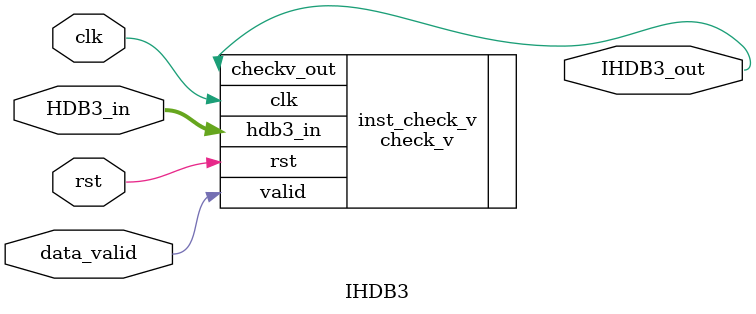
<source format=v>
`timescale 1ns / 1ps


module IHDB3(
	input clk,
	input rst,
    input data_valid,
	input [1:0] HDB3_in,
	output  IHDB3_out
    );
    
	wire [1:0] checkv_out;

	check_v inst_check_v(
    	.clk(clk),
    	.rst(rst),
        .valid(data_valid),
    	.hdb3_in(HDB3_in),
    	.checkv_out(IHDB3_out)
    );

endmodule

</source>
